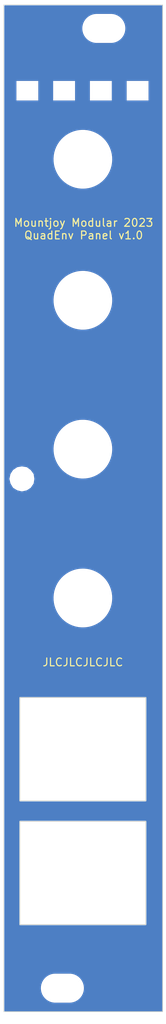
<source format=kicad_pcb>
(kicad_pcb (version 20221018) (generator pcbnew)
  (layers (0 "F.Cu" signal) (31 "B.Cu" signal) (34 "B.Paste" user) (35 "F.Paste" user) (36 "B.SilkS" user "B.Silkscreen") (37 "F.SilkS" user "F.Silkscreen") (38 "B.Mask" user) (39 "F.Mask" user) (44 "Edge.Cuts" user))
  (net 0 "")
  (footprint "Custom_Footprints:Oval_Mounting_Hole" (layer "F.Cu") (at 62.08 37.3)
    (fp_text reference "Ref**" hide)
    (fp_text value "Oval_Mounting_Hole" hide)
    (pad "" np_thru_hole oval locked (at 0 0) (size 5 3.2) (drill oval 5 3.2) (layers "F&B.Cu" "*.Mask"))
  )
  (footprint "Custom_Footprints:Oval_Mounting_Hole" (layer "F.Cu") (at 56.78 159.8)
    (fp_text reference "Ref**" hide)
    (fp_text value "Oval_Mounting_Hole" hide)
    (pad "" np_thru_hole oval locked (at 0 0) (size 5 3.2) (drill oval 5 3.2) (layers "F&B.Cu" "*.Mask"))
  )
  (footprint "Custom_Footprints:Alpha_9mm_pot_hole" (layer "B.Cu") (at 59.4 110 180)
    (fp_text reference "Ref**" hide)
    (fp_text value "Alpha_9mm_pot_hole" hide)
    (pad "" np_thru_hole circle (at 0 0 180) (size 7 7) (drill 7) (layers "F&B.Cu" "*.Mask"))
  )
  (footprint "kibuzzard-64E8D7D1" (layer "B.Cu") (at 50.9 110.1 -90)
    (fp_text reference "kibuzzard-64E8D7D1" hide)
    (fp_text value "G***" hide)
  )
  (footprint "Custom_Footprints:Alpha_9mm_pot_hole" (layer "B.Cu") (at 59.4 91 180)
    (fp_text reference "Ref**" hide)
    (fp_text value "Alpha_9mm_pot_hole" hide)
    (pad "" np_thru_hole circle (at 0 0 180) (size 7 7) (drill 7) (layers "F&B.Cu" "*.Mask"))
  )
  (footprint "kibuzzard-64E8D7AA" (layer "B.Cu") (at 67.9 53.9 90)
    (fp_text reference "kibuzzard-64E8D7AA" hide)
    (fp_text value "G***" hide)
  )
  (footprint "Custom_Footprints:RJ45_Amphenol_RJHSE-3080_Mounting_Hole" (layer "B.Cu") (at 59.4 145.1)
    (fp_text reference "REF**" hide)
    (fp_text value "RJ45_Amphenol_RJHSE-3080_Mounting_Hole" hide)
    (fp_rect (start -8.065 6.605) (end 8.065 -6.605) (stroke (width 0.12)) (fill none) (layer "Edge.Cuts"))
  )
  (footprint "Custom_Footprints:Alpha_9mm_pot_hole" (layer "B.Cu") (at 59.4 54 180)
    (fp_text reference "Ref**" hide)
    (fp_text value "Alpha_9mm_pot_hole" hide)
    (pad "" np_thru_hole circle (at 0 0 180) (size 7 7) (drill 7) (layers "*.Cu" "*.Mask"))
  )
  (footprint "kibuzzard-64B029DF" (layer "B.Cu") (at 50.9 72.1 -90)
    (fp_text reference "kibuzzard-64B029DF" hide)
    (fp_text value "G***" hide)
  )
  (footprint "Custom_Footprints:Alpha_9mm_pot_hole" (layer "B.Cu") (at 59.4 72 180)
    (fp_text reference "Ref**" hide)
    (fp_text value "Alpha_9mm_pot_hole" hide)
    (pad "" np_thru_hole circle (at 0 0 180) (size 7 7) (drill 7) (layers "F&B.Cu" "*.Mask"))
  )
  (footprint "Graphics:L4O_Logo" (layer "B.Cu") (at 53.7 39.7 180)
    (fp_text reference "G***" hide)
    (fp_text value "LOGO" hide)
  )
  (footprint "kibuzzard-64E8D7C9" (layer "B.Cu") (at 68 91 90)
    (fp_text reference "kibuzzard-64E8D7C9" hide)
    (fp_text value "G***" hide)
  )
  (footprint "kibuzzard-64AFF827" (layer "B.Cu") (at 57.3 153.9 180)
    (fp_text reference "kibuzzard-64AFF827" hide)
    (fp_text value "G***" hide)
  )
  (footprint "Custom_Footprints:RJ45_Amphenol_RJHSE-3080_Mounting_Hole" (layer "B.Cu") (at 59.4 129.3 180)
    (fp_text reference "REF**" hide)
    (fp_text value "RJ45_Amphenol_RJHSE-3080_Mounting_Hole" hide)
    (fp_rect (start -8.065 6.605) (end 8.065 -6.605) (stroke (width 0.12)) (fill none) (layer "Edge.Cuts"))
  )
  (footprint "kibuzzard-6424498C" (layer "B.Cu") (at 61 121.15 180)
    (fp_text reference "kibuzzard-6424498C" hide)
    (fp_text value "G***" hide)
  )
  (gr_rect locked (start 49.3 34.3) (end 69.6 162.8) (stroke (width 0.1)) (fill none) (layer "Edge.Cuts"))
  (gr_text "JLCJLCJLCJLC" (at 59.4 118.2) (layer "F.SilkS") (effects (font (size 1 1))))
  (gr_text "Mountjoy Modular 2023\nQuadEnv Panel v1.0" (at 59.5 62.9) (layer "F.SilkS") (effects (font (size 1 1))))
  (zone (net 0) (net_name "") (layers "F&B.Cu") (priority 1) (connect_pads (clearance 0.75)) (min_thickness 0.254) (fill yes (thermal_gap 0.508) (thermal_bridge_width 0.508))
    (polygon (pts (xy 70 164.4) (xy 48.8 164.4) (xy 48.8 33.671131) (xy 70 33.671131)))
  )
  (zone (net 0) (net_name "") (layers "F&B.Cu" "*.Mask" "Edge.Cuts") (connect_pads (clearance 0)) (min_thickness 0.254)
    (keepout (tracks not_allowed) (vias not_allowed) (pads not_allowed) (copperpour not_allowed) (footprints allowed))
    (fill (thermal_gap 0.508) (thermal_bridge_width 0.508))
    (polygon (pts (xy 58.4 46.5) (xy 55.6 46.5) (xy 55.6 44) (xy 58.4 44)))
  )
  (zone (net 0) (net_name "") (layers "F&B.Cu" "*.Mask" "Edge.Cuts") (connect_pads (clearance 0)) (min_thickness 0.254)
    (keepout (tracks not_allowed) (vias not_allowed) (pads not_allowed) (copperpour not_allowed) (footprints allowed))
    (fill (thermal_gap 0.508) (thermal_bridge_width 0.508))
    (polygon (pts (xy 63.1 46.5) (xy 60.3 46.5) (xy 60.3 44) (xy 63.1 44)))
  )
  (zone (net 0) (net_name "") (layers "F&B.Cu" "*.Mask" "Edge.Cuts") (connect_pads (clearance 0)) (min_thickness 0.254)
    (keepout (tracks not_allowed) (vias not_allowed) (pads not_allowed) (copperpour not_allowed) (footprints allowed))
    (fill (thermal_gap 0.508) (thermal_bridge_width 0.508))
    (polygon (pts (xy 53.7 46.5) (xy 50.9 46.5) (xy 50.9 44) (xy 53.7 44)))
  )
  (zone (net 0) (net_name "") (layers "F&B.Cu" "F.Mask") (connect_pads (clearance 0)) (min_thickness 0.25)
    (keepout (tracks not_allowed) (vias not_allowed) (pads not_allowed) (copperpour not_allowed) (footprints allowed))
    (fill (thermal_gap 0.5) (thermal_bridge_width 0.5))
    (polygon (pts (xy 50.465935 93.665934) (xy 51.008941 93.301229) (xy 51.6 93.2) (xy 52.233224 93.301963) (xy 52.73081 93.669191) (xy 53.099442 94.167143) (xy 53.200001 94.8) (xy 53.100524 95.392178) (xy 52.7322 95.932199) (xy 52.233528 96.257644) (xy 51.600001 96.4) (xy 51.008934 96.257659) (xy 50.468618 95.931383) (xy 50.143027 95.39173) (xy 50.000001 94.8) (xy 50.139506 94.165684)))
  )
  (zone (net 0) (net_name "") (layers "F&B.Cu" "Edge.Cuts") (connect_pads (clearance 0)) (min_thickness 0.254)
    (keepout (tracks not_allowed) (vias not_allowed) (pads not_allowed) (copperpour not_allowed) (footprints allowed))
    (fill (thermal_gap 0.508) (thermal_bridge_width 0.508))
    (polygon (pts (xy 67.8 46.5) (xy 65 46.5) (xy 65 44) (xy 67.8 44)))
  )
)
</source>
